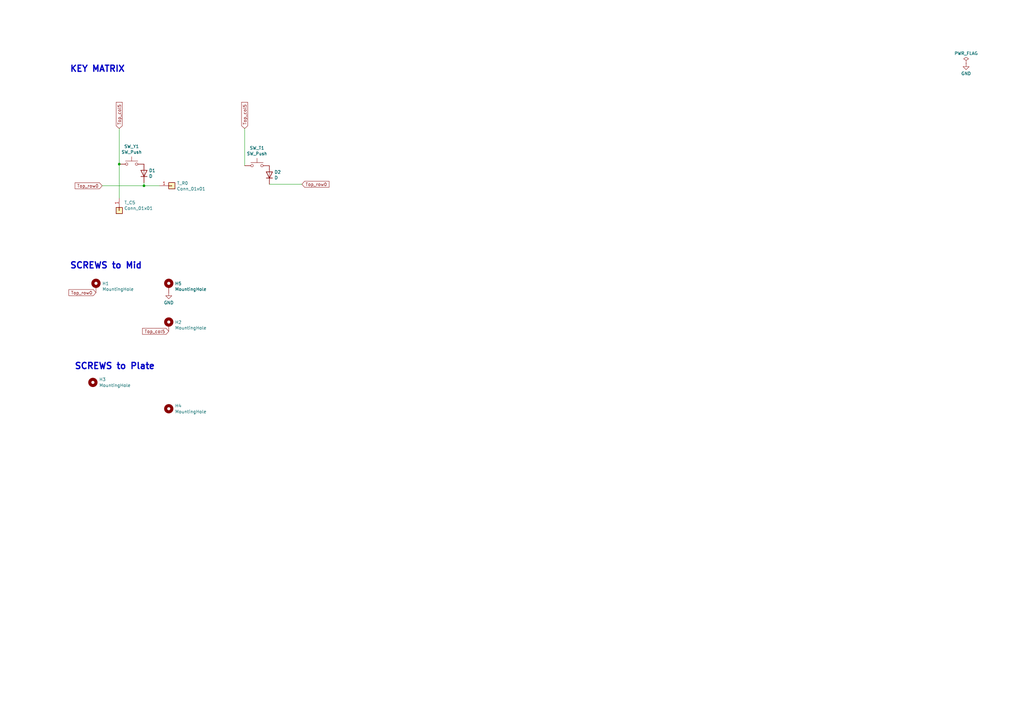
<source format=kicad_sch>
(kicad_sch (version 20231120) (generator "eeschema") (generator_version "8.0")
  (paper "A3")
  (title_block (title "Sandy") (date "2023-01-04") (rev "v.0") (company "@jpskenn"))
  (lib_symbols
    (symbol "Connector_Generic:Conn_01x01" (pin_names (offset 1.016) hide)
      (property "Reference" "J" (at 0 2.54 0))
      (property "Value" "Conn_01x01" (at 0 -2.54 0))
      (symbol "Conn_01x01_1_1"
        (rectangle (start -1.27 0.127) (end 0 -0.127) (stroke (width 0.1524)))
        (rectangle (start -1.27 1.27) (end 1.27 -1.27) (stroke (width 0.254)) (fill (type background)))
        (pin passive line (at -5.08 0 0) (length 3.81) (name "Pin_1") (number "1"))
      )
    )
    (symbol "Device:D" (pin_numbers hide) (pin_names (offset 1.016) hide)
      (property "Reference" "D" (at 0 2.54 0))
      (property "Value" "D" (at 0 -2.54 0))
      (symbol "D_0_1"
        (polyline (pts (xy -1.27 1.27) (xy -1.27 -1.27)) (stroke (width 0.254)))
        (polyline (pts (xy 1.27 0) (xy -1.27 0)))
        (polyline (pts (xy 1.27 1.27) (xy 1.27 -1.27) (xy -1.27 0) (xy 1.27 1.27)) (stroke (width 0.254)))
      )
      (symbol "D_1_1"
        (pin passive line (at -3.81 0 0) (length 2.54) (name "K") (number "1"))
        (pin passive line (at 3.81 0 180) (length 2.54) (name "A") (number "2"))
      )
    )
    (symbol "GND_1" (power) (pin_numbers hide) (pin_names (offset 0) hide)
      (property "Value" "GND" (at 0 -3.81 0))
      (symbol "GND_1_0_1"
        (polyline (pts (xy 0 0) (xy 0 -1.27) (xy 1.27 -1.27) (xy 0 -2.54) (xy -1.27 -1.27) (xy 0 -1.27)))
      )
      (symbol "GND_1_1_1"
        (pin power_in line (at 0 0 270) (length 0) (name "~") (number "1"))
      )
    )
    (symbol "Mechanical:MountingHole" (pin_names (offset 1.016)) (exclude_from_sim yes) (in_bom no)
      (property "Reference" "H" (at 0 5.08 0))
      (property "Value" "MountingHole" (at 0 3.175 0))
      (symbol "MountingHole_0_1"
        (circle (center 0 0) (radius 1.27) (stroke (width 1.27)))
      )
    )
    (symbol "Mechanical:MountingHole_Pad" (pin_numbers hide) (pin_names (offset 1.016) hide)
      (property "Reference" "H" (at 0 6.35 0))
      (property "Value" "MountingHole_Pad" (at 0 4.445 0))
      (symbol "MountingHole_Pad_0_1"
        (circle (center 0 1.27) (radius 1.27) (stroke (width 1.27)))
      )
      (symbol "MountingHole_Pad_1_1"
        (pin input line (at 0 -2.54 90) (length 2.54) (name "1") (number "1"))
      )
    )
    (symbol "Switch:SW_Push" (pin_numbers hide) (pin_names (offset 1.016) hide)
      (property "Reference" "SW" (at 1.27 2.54 0))
      (property "Value" "SW_Push" (at 0 -1.524 0))
      (symbol "SW_Push_0_1"
        (circle (center -2.032 0) (radius 0.508))
        (polyline (pts (xy 0 1.27) (xy 0 3.048)))
        (polyline (pts (xy 2.54 1.27) (xy -2.54 1.27)))
        (circle (center 2.032 0) (radius 0.508))
        (pin passive line (at -5.08 0 0) (length 2.54) (name "1") (number "1"))
        (pin passive line (at 5.08 0 180) (length 2.54) (name "2") (number "2"))
      )
    )
    (symbol "power:GND" (power) (pin_numbers hide) (pin_names (offset 0) hide)
      (property "Value" "GND" (at 0 -3.81 0))
      (symbol "GND_0_1"
        (polyline (pts (xy 0 0) (xy 0 -1.27) (xy 1.27 -1.27) (xy 0 -2.54) (xy -1.27 -1.27) (xy 0 -1.27)))
      )
      (symbol "GND_1_1"
        (pin power_in line (at 0 0 270) (length 0) (name "~") (number "1"))
      )
    )
    (symbol "power:PWR_FLAG" (power) (pin_numbers hide) (pin_names (offset 0) hide)
      (property "Value" "PWR_FLAG" (at 0 3.81 0))
      (symbol "PWR_FLAG_0_0"
        (pin power_out line (at 0 0 90) (length 0) (name "~") (number "1"))
      )
      (symbol "PWR_FLAG_0_1"
        (polyline (pts (xy 0 0) (xy 0 1.27) (xy -1.016 1.905) (xy 0 2.54) (xy 1.016 1.905) (xy 0 1.27)))
      )
    )
  )
  (bus_alias "def-a" (members "row0" "row5" "col0" "col1"))
  (junction (at 59.055 76.2))
  (junction (at 48.895 67.31))
  (wire (pts (xy 41.91 76.2) (xy 59.055 76.2)))
  (wire (pts (xy 59.055 74.93) (xy 59.055 76.2)))
  (wire (pts (xy 59.055 76.2) (xy 65.405 76.2)))
  (wire (pts (xy 110.49 75.565) (xy 123.825 75.565)))
  (wire (pts (xy 48.895 67.31) (xy 48.895 81.28)))
  (wire (pts (xy 48.895 52.705) (xy 48.895 67.31)))
  (wire (pts (xy 100.33 52.705) (xy 100.33 67.945)))
  (text "SCREWS to Plate" (at 30.48 151.765 0) (effects (font (size 2.54 2.54) (thickness 0.508) (bold yes)) (justify left bottom)))
  (text "KEY MATRIX" (at 28.575 29.845 0) (effects (font (size 2.54 2.54) (thickness 0.508) (bold yes)) (justify left bottom)))
  (text "SCREWS to Mid" (at 28.575 110.49 0) (effects (font (size 2.54 2.54) (thickness 0.508) (bold yes)) (justify left bottom)))
  (global_label "Top_col5" (shape input) (at 69.215 135.89 180) (property "Intersheetrefs" "${INTERSHEET_REFS}" (effects (hide yes))) (property "シート間のリファレンス" "${INTERSHEET_REFS}" (effects (hide yes))))
  (global_label "Top_row0" (shape input) (at 123.825 75.565 0) (property "Intersheetrefs" "${INTERSHEET_REFS}" (effects (hide yes))) (property "シート間のリファレンス" "${INTERSHEET_REFS}" (effects (hide yes))))
  (global_label "Top_row0" (shape input) (at 39.37 120.015 180) (property "Intersheetrefs" "${INTERSHEET_REFS}" (effects (hide yes))) (property "シート間のリファレンス" "${INTERSHEET_REFS}" (effects (hide yes))))
  (global_label "Top_row0" (shape input) (at 41.91 76.2 180) (property "Intersheetrefs" "${INTERSHEET_REFS}" (effects (hide yes))) (property "シート間のリファレンス" "${INTERSHEET_REFS}" (effects (hide yes))))
  (global_label "Top_col5" (shape input) (at 100.33 52.705 90) (property "Intersheetrefs" "${INTERSHEET_REFS}" (effects (hide yes))) (property "シート間のリファレンス" "${INTERSHEET_REFS}" (effects (hide yes))))
  (global_label "Top_col5" (shape input) (at 48.895 52.705 90) (property "Intersheetrefs" "${INTERSHEET_REFS}" (effects (hide yes))) (property "シート間のリファレンス" "${INTERSHEET_REFS}" (effects (hide yes))))
  (symbol (lib_id "Mechanical:MountingHole_Pad") (at 39.37 117.475 0) (unit 1)
    (property "Reference" "H1" (at 41.91 116.3066 0) (effects (justify left)))
    (property "Value" "MountingHole" (at 41.91 118.618 0) (effects (justify left)))
    (property "Footprint" "locallib:MountingHole_2.2mm_M2_Pad_minimal" (effects (hide yes)))
  )
  (symbol (lib_id "Mechanical:MountingHole_Pad") (at 69.215 133.35 0) (unit 1)
    (property "Reference" "H2" (at 71.755 132.1816 0) (effects (justify left)))
    (property "Value" "MountingHole" (at 71.755 134.493 0) (effects (justify left)))
    (property "Footprint" "locallib:MountingHole_2.2mm_M2_Pad_minimal" (effects (hide yes)))
  )
  (symbol (lib_name "GND_1") (lib_id "power:GND") (at 396.24 26.035 0) (unit 1)
    (property "Reference" "#PWR01" (effects (hide yes)))
    (property "Value" "GND" (at 396.24 30.1681 0))
    (property "Description" "Power symbol creates a global label with name \"GND\" , ground" (effects (hide yes)))
  )
  (symbol (lib_id "Mechanical:MountingHole") (at 38.1 156.845 0) (unit 1) (exclude_from_sim yes) (in_bom no)
    (property "Reference" "H3" (at 40.64 155.6328 0) (effects (justify left)))
    (property "Value" "MountingHole" (at 40.64 158.0571 0) (effects (justify left)))
    (property "Footprint" "locallib:MountingHole_M2_Through-hole_tap_THC-0.8-x-2" (effects (hide yes)))
    (property "Description" "Mounting Hole without connection" (effects (hide yes)))
  )
  (symbol (lib_id "Switch:SW_Push") (at 105.41 67.945 0) (unit 1)
    (property "Reference" "SW_T1" (at 105.41 60.706 0))
    (property "Value" "SW_Push" (at 105.41 63.0174 0))
    (property "Footprint" "locallib:Kailh_socket_ChocV2_for_Reverse" (effects (hide yes)))
  )
  (symbol (lib_id "Mechanical:MountingHole") (at 69.215 167.64 0) (unit 1) (exclude_from_sim yes) (in_bom no)
    (property "Reference" "H4" (at 71.755 166.4278 0) (effects (justify left)))
    (property "Value" "MountingHole" (at 71.755 168.8521 0) (effects (justify left)))
    (property "Footprint" "locallib:MountingHole_M2_Through-hole_tap_THC-0.8-x-2" (effects (hide yes)))
    (property "Description" "Mounting Hole without connection" (effects (hide yes)))
  )
  (symbol (lib_id "Connector_Generic:Conn_01x01") (at 70.485 76.2 0) (unit 1)
    (property "Reference" "T_R0" (at 72.517 75.1332 0) (effects (justify left)))
    (property "Value" "Conn_01x01" (at 72.517 77.4446 0) (effects (justify left)))
    (property "Footprint" "locallib:TestPoint_THTPad_D2.0mm_Drill1.0mm" (effects (hide yes)))
  )
  (symbol (lib_id "Switch:SW_Push") (at 53.975 67.31 0) (unit 1)
    (property "Reference" "SW_Y1" (at 53.975 60.071 0))
    (property "Value" "SW_Push" (at 53.975 62.3824 0))
    (property "Footprint" "locallib:Kailh_socket_ChocV2_small_#2pad_for_Reverse_no_hole" (effects (hide yes)))
  )
  (symbol (lib_id "power:GND") (at 69.215 120.015 0) (unit 1)
    (property "Reference" "#PWR04" (effects (hide yes)))
    (property "Value" "GND" (at 69.215 124.1481 0))
    (property "Description" "Power symbol creates a global label with name \"GND\" , ground" (effects (hide yes)))
  )
  (symbol (lib_id "Device:D") (at 110.49 71.755 90) (unit 1)
    (property "Reference" "D2" (at 112.522 70.5866 90) (effects (justify right)))
    (property "Value" "D" (at 112.522 72.898 90) (effects (justify right)))
    (property "Footprint" "locallib:D_SOD-123_Emphasized_Direction_Line" (effects (hide yes)))
    (property "LCSC" "C81598" (effects (hide yes)))
    (property "Sim.Device" "D" (effects (hide yes)))
    (property "Sim.Pins" "1=K 2=A" (effects (hide yes)))
  )
  (symbol (lib_id "Mechanical:MountingHole_Pad") (at 69.215 117.475 0) (unit 1)
    (property "Reference" "H5" (at 71.755 116.3066 0) (effects (justify left)))
    (property "Value" "MountingHole" (at 71.755 118.618 0) (effects (justify left)))
    (property "Footprint" "locallib:MountingHole_2.2mm_M2_Pad_minimal" (effects (hide yes)))
  )
  (symbol (lib_id "power:PWR_FLAG") (at 396.24 26.035 0) (unit 1)
    (property "Reference" "#FLG01" (effects (hide yes)))
    (property "Value" "PWR_FLAG" (at 396.24 21.9019 0))
    (property "Description" "Special symbol for telling ERC where power comes from" (effects (hide yes)))
  )
  (symbol (lib_id "Connector_Generic:Conn_01x01") (at 48.895 86.36 270) (unit 1)
    (property "Reference" "T_C5" (at 50.927 83.1088 90) (effects (justify left)))
    (property "Value" "Conn_01x01" (at 50.927 85.4202 90) (effects (justify left)))
    (property "Footprint" "locallib:TestPoint_THTPad_D2.0mm_Drill1.0mm" (effects (hide yes)))
  )
  (symbol (lib_id "Device:D") (at 59.055 71.12 90) (unit 1)
    (property "Reference" "D1" (at 61.087 69.9516 90) (effects (justify right)))
    (property "Value" "D" (at 61.087 72.263 90) (effects (justify right)))
    (property "Footprint" "locallib:D_SOD-123_Emphasized_Direction_Line" (effects (hide yes)))
    (property "LCSC" "C81598" (effects (hide yes)))
    (property "Sim.Device" "D" (effects (hide yes)))
    (property "Sim.Pins" "1=K 2=A" (effects (hide yes)))
  )
)
</source>
